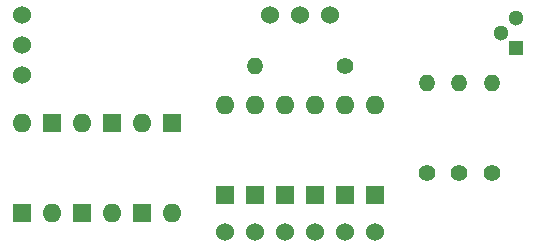
<source format=gbr>
G04 #@! TF.GenerationSoftware,KiCad,Pcbnew,(5.0.0)*
G04 #@! TF.CreationDate,2019-01-17T16:59:51+00:00*
G04 #@! TF.ProjectId,LS05,4C5330352E6B696361645F7063620000,rev?*
G04 #@! TF.SameCoordinates,Original*
G04 #@! TF.FileFunction,Soldermask,Bot*
G04 #@! TF.FilePolarity,Negative*
%FSLAX46Y46*%
G04 Gerber Fmt 4.6, Leading zero omitted, Abs format (unit mm)*
G04 Created by KiCad (PCBNEW (5.0.0)) date 01/17/19 16:59:51*
%MOMM*%
%LPD*%
G01*
G04 APERTURE LIST*
%ADD10O,1.600000X1.600000*%
%ADD11R,1.600000X1.600000*%
%ADD12C,1.524000*%
%ADD13C,1.400000*%
%ADD14O,1.400000X1.400000*%
%ADD15R,1.300000X1.300000*%
%ADD16C,1.300000*%
G04 APERTURE END LIST*
D10*
G04 #@! TO.C,D1*
X156464000Y-83502500D03*
D11*
X156464000Y-91122500D03*
G04 #@! TD*
G04 #@! TO.C,D2*
X159004000Y-91122500D03*
D10*
X159004000Y-83502500D03*
G04 #@! TD*
G04 #@! TO.C,D3*
X161544000Y-83502500D03*
D11*
X161544000Y-91122500D03*
G04 #@! TD*
G04 #@! TO.C,D4*
X164084000Y-91122500D03*
D10*
X164084000Y-83502500D03*
G04 #@! TD*
G04 #@! TO.C,D5*
X166624000Y-83502500D03*
D11*
X166624000Y-91122500D03*
G04 #@! TD*
G04 #@! TO.C,D6*
X169164000Y-91122500D03*
D10*
X169164000Y-83502500D03*
G04 #@! TD*
G04 #@! TO.C,D7*
X139319000Y-85026500D03*
D11*
X139319000Y-92646500D03*
G04 #@! TD*
G04 #@! TO.C,D8*
X141859000Y-85026500D03*
D10*
X141859000Y-92646500D03*
G04 #@! TD*
G04 #@! TO.C,D9*
X144399000Y-85026500D03*
D11*
X144399000Y-92646500D03*
G04 #@! TD*
G04 #@! TO.C,D10*
X146939000Y-85026500D03*
D10*
X146939000Y-92646500D03*
G04 #@! TD*
G04 #@! TO.C,D11*
X149479000Y-85026500D03*
D11*
X149479000Y-92646500D03*
G04 #@! TD*
G04 #@! TO.C,D12*
X152019000Y-85026500D03*
D10*
X152019000Y-92646500D03*
G04 #@! TD*
D12*
G04 #@! TO.C,J1*
X139331000Y-75830500D03*
X139331000Y-78370500D03*
X139331000Y-80910500D03*
X156476000Y-94245500D03*
X159016000Y-94245500D03*
X161556000Y-94245500D03*
X164096000Y-94245500D03*
X166636000Y-94245500D03*
X169176000Y-94245500D03*
X160286000Y-75830500D03*
X162826000Y-75830500D03*
X165366000Y-75830500D03*
G04 #@! TD*
D13*
G04 #@! TO.C,R1*
X173609000Y-89217500D03*
D14*
X173609000Y-81597500D03*
G04 #@! TD*
G04 #@! TO.C,R2*
X176340000Y-81597500D03*
D13*
X176340000Y-89217500D03*
G04 #@! TD*
D14*
G04 #@! TO.C,R3*
X179070000Y-81597500D03*
D13*
X179070000Y-89217500D03*
G04 #@! TD*
G04 #@! TO.C,R4*
X166688000Y-80200500D03*
D14*
X159068000Y-80200500D03*
G04 #@! TD*
D15*
G04 #@! TO.C,VT3*
X181102000Y-78676500D03*
D16*
X181102000Y-76136500D03*
X179832000Y-77406500D03*
G04 #@! TD*
M02*

</source>
